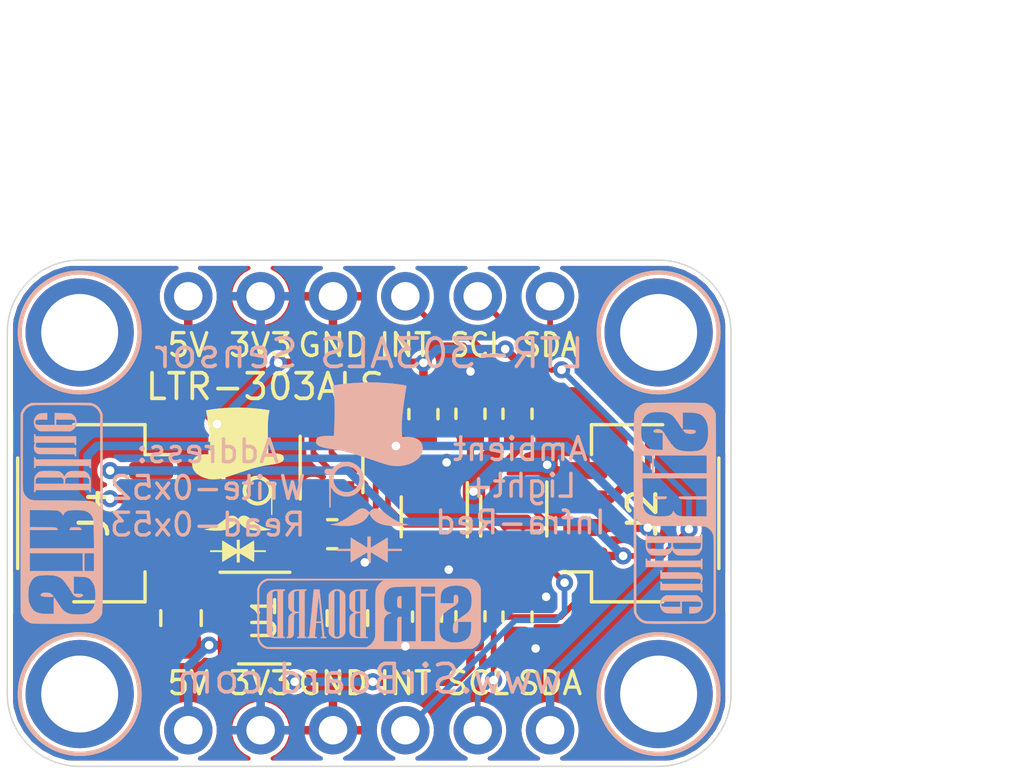
<source format=kicad_pcb>
(kicad_pcb (version 20171130) (host pcbnew "(5.1.2)-2")
  (title_block (title "LTR-303ALS Breakout with 5V Level Shift") (date 2020-03-10) (rev 2) (company SirBoard) (comment 1 "Automatic rejection for 50Hz/60Hz lighting") (comment 2 "Full dynamic range from 0.01 lux to 64k lux") (comment 3 "Digital Ambient Light and Infrared Sensor with I2C") (comment 4 "LTR-303ALS - SirBlue"))
  (layers (0 F.Cu signal) (31 B.Cu signal) (34 B.Paste user hide) (35 F.Paste user hide) (36 B.SilkS user) (37 F.SilkS user) (38 B.Mask user hide) (39 F.Mask user hide) (44 Edge.Cuts user))
  (net 0 "")
  (net 1 GND)
  (net 2 5V)
  (net 3 3V3)
  (net 4 "Net-(U1-Pad4)")
  (net 5 SCL_5V)
  (net 6 SDA_3V3)
  (net 7 SDA_5V)
  (net 8 SCL_3V3)
  (net 9 INT_3V3)
  (net 10 INT_5V)
  (net 11 "Net-(U2-Pad2)")
  (module OptoDevice:Lite-On_LTR-303ALS-01 (layer F.Cu) (at 63.9572 34.2646 90)
    (fp_text reference LTR-303ALS (at 2.7432 -2.3368 180) (layer F.SilkS) (effects (font (size 0.9 0.9) (thickness 0.13))))
    (fp_text value LTR-303ALS-01)
    (pad 6 smd roundrect (at 0.9 -0.65 90) (size 0.65 0.3) (layers F.Cu F.Paste F.Mask) (net 6 SDA_3V3))
    (pad 5 smd roundrect (at 0.9 0 90) (size 0.65 0.3) (layers F.Cu F.Paste F.Mask) (net 9 INT_3V3))
    (pad 4 smd roundrect (at 0.9 0.65 90) (size 0.65 0.3) (layers F.Cu F.Paste F.Mask) (net 8 SCL_3V3))
    (pad 3 smd roundrect (at -0.9 0.65 90) (size 0.65 0.3) (layers F.Cu F.Paste F.Mask) (net 1 GND))
    (pad 2 smd roundrect (at -0.9 0 90) (size 0.65 0.3) (layers F.Cu F.Paste F.Mask) (net 11 "Net-(U2-Pad2)"))
    (pad 1 smd roundrect (at -0.9 -0.65 90) (size 0.65 0.3) (layers F.Cu F.Paste F.Mask) (net 3 3V3))
  )
  (module logo:logo54x76 (layer F.Cu) (at 60.6806 34.9758)
    (fp_text reference G*** hide)
    (fp_text value LOGO hide)
  )
  (module Package_TO_SOT_SMD:SOT-363_SC-70-6 (layer F.Cu) (at 70.35292 36.068 270)
    (fp_text reference Q1 hide)
    (fp_text value BSS138DW)
    (pad 6 smd rect (at 0.95 -0.65 270) (size 0.65 0.4) (layers F.Cu F.Paste F.Mask))
    (pad 4 smd rect (at 0.95 0.65 270) (size 0.65 0.4) (layers F.Cu F.Paste F.Mask) (net 9 INT_3V3))
    (pad 2 smd rect (at -0.95 0 270) (size 0.65 0.4) (layers F.Cu F.Paste F.Mask))
    (pad 5 smd rect (at 0.95 0 270) (size 0.65 0.4) (layers F.Cu F.Paste F.Mask) (net 3 3V3))
    (pad 3 smd rect (at -0.95 0.65 270) (size 0.65 0.4) (layers F.Cu F.Paste F.Mask) (net 10 INT_5V))
    (pad 1 smd rect (at -0.95 -0.65 270) (size 0.65 0.4) (layers F.Cu F.Paste F.Mask))
  )
  (module Capacitor_SMD:C_0603_1608Metric (layer F.Cu) (at 63.9826 36.703)
    (fp_text reference C2 hide)
    (fp_text value 100nF)
    (pad 2 smd roundrect (at 0.7875 0) (size 0.875 0.95) (layers F.Cu F.Paste F.Mask) (net 1 GND))
    (pad 1 smd roundrect (at -0.7875 0) (size 0.875 0.95) (layers F.Cu F.Paste F.Mask) (net 3 3V3))
  )
  (module Package_TO_SOT_SMD:SOT-363_SC-70-6 (layer F.Cu) (at 67.564 36.0934 270)
    (fp_text reference Q2 hide)
    (fp_text value BSS138DW)
    (pad 6 smd rect (at 0.95 -0.65 270) (size 0.65 0.4) (layers F.Cu F.Paste F.Mask) (net 5 SCL_5V))
    (pad 4 smd rect (at 0.95 0.65 270) (size 0.65 0.4) (layers F.Cu F.Paste F.Mask) (net 6 SDA_3V3))
    (pad 2 smd rect (at -0.95 0 270) (size 0.65 0.4) (layers F.Cu F.Paste F.Mask) (net 3 3V3))
    (pad 5 smd rect (at 0.95 0 270) (size 0.65 0.4) (layers F.Cu F.Paste F.Mask) (net 3 3V3))
    (pad 3 smd rect (at -0.95 0.65 270) (size 0.65 0.4) (layers F.Cu F.Paste F.Mask) (net 7 SDA_5V))
    (pad 1 smd rect (at -0.95 -0.65 270) (size 0.65 0.4) (layers F.Cu F.Paste F.Mask) (net 8 SCL_3V3))
  )
  (module Resistor_SMD:R_0603_1608Metric (layer F.Cu) (at 68.834 39.5859 90)
    (fp_text reference R6 hide)
    (fp_text value 10K)
    (pad 2 smd roundrect (at 0.7875 0 90) (size 0.875 0.95) (layers F.Cu F.Paste F.Mask) (net 5 SCL_5V))
    (pad 1 smd roundrect (at -0.7875 0 90) (size 0.875 0.95) (layers F.Cu F.Paste F.Mask) (net 2 5V))
  )
  (module logo:SirBoard79x25 (layer B.Cu) (at 65.278 39.497 180)
    (fp_text reference G*** hide)
    (fp_text value LOGO hide)
  )
  (module logo:logo63x89 (layer B.Cu) (at 65.278 34.544 180)
    (fp_text reference G*** hide)
    (fp_text value LOGO hide)
  )
  (module logo:SirBlue78x29 (layer B.Cu) (at 76.0095 35.9664 270)
    (fp_text reference G*** hide)
    (fp_text value LOGO hide)
  )
  (module logo:SirBlue78x29 (layer B.Cu) (at 54.483 35.9664 90)
    (fp_text reference G*** hide)
    (fp_text value LOGO hide)
  )
  (module Connector_PinHeader_2.54mm:PinHeader_1x06_P2.54mm_Vertical (layer B.Cu) (at 58.928 28.3464 270)
    (fp_text reference J3 hide)
    (fp_text value Conn_01x06)
    (pad 6 thru_hole oval (at 0 -12.7 270) (size 1.7 1.7) (drill 1) (layers *.Cu *.Mask) (net 7 SDA_5V))
    (pad 5 thru_hole oval (at 0 -10.16 270) (size 1.7 1.7) (drill 1) (layers *.Cu *.Mask) (net 5 SCL_5V))
    (pad 4 thru_hole oval (at 0 -7.62 270) (size 1.7 1.7) (drill 1) (layers *.Cu *.Mask) (net 10 INT_5V))
    (pad 3 thru_hole oval (at 0 -5.08 270) (size 1.7 1.7) (drill 1) (layers *.Cu *.Mask) (net 1 GND))
    (pad 2 thru_hole oval (at 0 -2.54 270) (size 1.7 1.7) (drill 1) (layers *.Cu *.Mask) (net 3 3V3))
    (pad 1 thru_hole circle (at 0 0 270) (size 1.7 1.7) (drill 1) (layers *.Cu *.Mask) (net 2 5V))
  )
  (module Connector_PinHeader_2.54mm:PinHeader_1x06_P2.54mm_Vertical (layer B.Cu) (at 58.928 43.5864 270)
    (fp_text reference J1 hide)
    (fp_text value Conn_01x06)
    (pad 6 thru_hole oval (at 0 -12.7 270) (size 1.7 1.7) (drill 1) (layers *.Cu *.Mask) (net 7 SDA_5V))
    (pad 5 thru_hole oval (at 0 -10.16 270) (size 1.7 1.7) (drill 1) (layers *.Cu *.Mask) (net 5 SCL_5V))
    (pad 4 thru_hole oval (at 0 -7.62 270) (size 1.7 1.7) (drill 1) (layers *.Cu *.Mask) (net 10 INT_5V))
    (pad 3 thru_hole oval (at 0 -5.08 270) (size 1.7 1.7) (drill 1) (layers *.Cu *.Mask) (net 1 GND))
    (pad 2 thru_hole oval (at 0 -2.54 270) (size 1.7 1.7) (drill 1) (layers *.Cu *.Mask) (net 3 3V3))
    (pad 1 thru_hole circle (at 0 0 270) (size 1.7 1.7) (drill 1) (layers *.Cu *.Mask) (net 2 5V))
  )
  (module Package_TO_SOT_SMD:SOT-23-5 (layer F.Cu) (at 61.595 39.6494)
    (fp_text reference U1 (at 0 0 90) (layer F.SilkS) (effects (font (size 0.8 0.8) (thickness 0.12))))
    (fp_text value AP2127K-3.3)
    (pad 5 smd rect (at 1.1 -0.95) (size 1.06 0.65) (layers F.Cu F.Paste F.Mask) (net 3 3V3))
    (pad 4 smd rect (at 1.1 0.95) (size 1.06 0.65) (layers F.Cu F.Paste F.Mask) (net 4 "Net-(U1-Pad4)"))
    (pad 3 smd rect (at -1.1 0.95) (size 1.06 0.65) (layers F.Cu F.Paste F.Mask) (net 2 5V))
    (pad 2 smd rect (at -1.1 0) (size 1.06 0.65) (layers F.Cu F.Paste F.Mask) (net 1 GND))
    (pad 1 smd rect (at -1.1 -0.95) (size 1.06 0.65) (layers F.Cu F.Paste F.Mask) (net 2 5V))
  )
  (module Connector_JST:JST_SH_SM04B-SRSS-TB_1x04-1MP_P1.00mm_Horizontal (layer F.Cu) (at 55.626 35.9664 270)
    (fp_text reference J4 (at 0 0 270) (layer F.SilkS))
    (fp_text value Conn_01x04)
    (pad MP smd roundrect (at 2.8 1.875 270) (size 1.2 1.8) (layers F.Cu F.Paste F.Mask) (roundrect_rratio 0.208333))
    (pad MP smd roundrect (at -2.8 1.875 270) (size 1.2 1.8) (layers F.Cu F.Paste F.Mask) (roundrect_rratio 0.208333))
    (pad 4 smd roundrect (at 1.5 -2 270) (size 0.6 1.55) (layers F.Cu F.Paste F.Mask) (net 1 GND))
    (pad 3 smd roundrect (at 0.5 -2 270) (size 0.6 1.55) (layers F.Cu F.Paste F.Mask) (net 2 5V))
    (pad 2 smd roundrect (at -0.5 -2 270) (size 0.6 1.55) (layers F.Cu F.Paste F.Mask) (net 7 SDA_5V))
    (pad 1 smd roundrect (at -1.5 -2 270) (size 0.6 1.55) (layers F.Cu F.Paste F.Mask) (net 5 SCL_5V))
  )
  (module Connector_JST:JST_SH_SM04B-SRSS-TB_1x04-1MP_P1.00mm_Horizontal (layer F.Cu) (at 74.8665 35.9664 90)
    (fp_text reference J2 (at 0 0 90) (layer F.SilkS))
    (fp_text value Conn_01x04)
    (pad MP smd roundrect (at 2.8 1.875 90) (size 1.2 1.8) (layers F.Cu F.Paste F.Mask) (roundrect_rratio 0.208333))
    (pad MP smd roundrect (at -2.8 1.875 90) (size 1.2 1.8) (layers F.Cu F.Paste F.Mask) (roundrect_rratio 0.208333))
    (pad 4 smd roundrect (at 1.5 -2 90) (size 0.6 1.55) (layers F.Cu F.Paste F.Mask) (net 1 GND))
    (pad 3 smd roundrect (at 0.5 -2 90) (size 0.6 1.55) (layers F.Cu F.Paste F.Mask) (net 2 5V))
    (pad 2 smd roundrect (at -0.5 -2 90) (size 0.6 1.55) (layers F.Cu F.Paste F.Mask) (net 7 SDA_5V))
    (pad 1 smd roundrect (at -1.5 -2 90) (size 0.6 1.55) (layers F.Cu F.Paste F.Mask) (net 5 SCL_5V))
  )
  (module Capacitor_SMD:C_0805_2012Metric (layer F.Cu) (at 64.516 39.6494 270)
    (fp_text reference C4 hide)
    (fp_text value 10uF)
    (pad 2 smd roundrect (at 0.9375 0 270) (size 0.975 1.4) (layers F.Cu F.Paste F.Mask) (net 1 GND))
    (pad 1 smd roundrect (at -0.9375 0 270) (size 0.975 1.4) (layers F.Cu F.Paste F.Mask) (net 3 3V3))
  )
  (module Capacitor_SMD:C_0805_2012Metric (layer F.Cu) (at 58.674 39.6494 90)
    (fp_text reference C1 hide)
    (fp_text value 10uF)
    (pad 2 smd roundrect (at 0.9375 0 90) (size 0.975 1.4) (layers F.Cu F.Paste F.Mask) (net 1 GND))
    (pad 1 smd roundrect (at -0.9375 0 90) (size 0.975 1.4) (layers F.Cu F.Paste F.Mask) (net 2 5V))
  )
  (module SirBoardLibrary:MountingHole_M2.5_SirBoard (layer F.Cu) (at 55.118 42.3164 270)
    (fp_text reference H1 hide)
    (fp_text value MountingHole)
    (pad 1 thru_hole circle (at 0 0 270) (size 3.8 3.8) (drill 2.7) (layers *.Cu *.Mask))
  )
  (module SirBoardLibrary:MountingHole_M2.5_SirBoard (layer F.Cu) (at 55.118 29.6164 270)
    (fp_text reference H2 hide)
    (fp_text value MountingHole)
    (pad 1 thru_hole circle (at 0 0 270) (size 3.8 3.8) (drill 2.7) (layers *.Cu *.Mask))
  )
  (module SirBoardLibrary:MountingHole_M2.5_SirBoard (layer F.Cu) (at 75.438 42.3164 90)
    (fp_text reference H3 hide)
    (fp_text value MountingHole)
    (pad 1 thru_hole circle (at 0 0 90) (size 3.8 3.8) (drill 2.7) (layers *.Cu *.Mask))
  )
  (module SirBoardLibrary:MountingHole_M2.5_SirBoard (layer F.Cu) (at 75.438 29.6164 90)
    (fp_text reference H4 hide)
    (fp_text value MountingHole)
    (pad 1 thru_hole circle (at 0 0 90) (size 3.8 3.8) (drill 2.7) (layers *.Cu *.Mask))
  )
  (module Resistor_SMD:R_0603_1608Metric (layer F.Cu) (at 67.183 32.4866 270)
    (fp_text reference R8 hide)
    (fp_text value 10K)
    (pad 2 smd roundrect (at 0.7875 0 270) (size 0.875 0.95) (layers F.Cu F.Paste F.Mask) (net 7 SDA_5V))
    (pad 1 smd roundrect (at -0.7875 0 270) (size 0.875 0.95) (layers F.Cu F.Paste F.Mask) (net 2 5V))
  )
  (module Resistor_SMD:R_0603_1608Metric (layer F.Cu) (at 67.31 39.5986 270)
    (fp_text reference R7 hide)
    (fp_text value 10K)
    (pad 2 smd roundrect (at 0.7875 0 270) (size 0.875 0.95) (layers F.Cu F.Paste F.Mask) (net 3 3V3))
    (pad 1 smd roundrect (at -0.7875 0 270) (size 0.875 0.95) (layers F.Cu F.Paste F.Mask) (net 6 SDA_3V3))
  )
  (module Resistor_SMD:R_0603_1608Metric (layer F.Cu) (at 68.834 32.4739 90)
    (fp_text reference R5 hide)
    (fp_text value 10K)
    (pad 2 smd roundrect (at 0.7875 0 90) (size 0.875 0.95) (layers F.Cu F.Paste F.Mask) (net 3 3V3))
    (pad 1 smd roundrect (at -0.7875 0 90) (size 0.875 0.95) (layers F.Cu F.Paste F.Mask) (net 8 SCL_3V3))
  )
  (module Resistor_SMD:R_0603_1608Metric (layer F.Cu) (at 70.485 32.4739 270)
    (fp_text reference R4 hide)
    (fp_text value 10K)
    (pad 2 smd roundrect (at 0.7875 0 270) (size 0.875 0.95) (layers F.Cu F.Paste F.Mask) (net 10 INT_5V))
    (pad 1 smd roundrect (at -0.7875 0 270) (size 0.875 0.95) (layers F.Cu F.Paste F.Mask) (net 2 5V))
  )
  (module Resistor_SMD:R_0603_1608Metric (layer F.Cu) (at 70.485 39.5986 270)
    (fp_text reference R3 hide)
    (fp_text value 10K)
    (pad 2 smd roundrect (at 0.7875 0 270) (size 0.875 0.95) (layers F.Cu F.Paste F.Mask) (net 3 3V3))
    (pad 1 smd roundrect (at -0.7875 0 270) (size 0.875 0.95) (layers F.Cu F.Paste F.Mask) (net 9 INT_3V3))
  )
  (gr_text "Ambient\nLight+\nInfra-Red" (at 70.5866 35.0012) (layer B.SilkS) (effects (font (size 0.8 0.8) (thickness 0.12)) (justify mirror)))
  (gr_text "Address:\nWrite-0x52\nRead-0x53" (at 59.6138 35.0774) (layer B.SilkS) (effects (font (size 0.8 0.8) (thickness 0.12)) (justify mirror)))
  (gr_text SDA (at 71.628 30.0609) (layer F.SilkS) (effects (font (size 0.8 0.7) (thickness 0.12))))
  (gr_text SCL (at 69.088 30.0609) (layer F.SilkS) (effects (font (size 0.8 0.7) (thickness 0.12))))
  (gr_text 5V (at 58.928 30.0609) (layer F.SilkS) (effects (font (size 0.8 0.8) (thickness 0.12))))
  (gr_text 3V3 (at 61.468 30.0609) (layer F.SilkS) (effects (font (size 0.8 0.8) (thickness 0.12))))
  (gr_text GND (at 64.008 30.0609) (layer F.SilkS) (effects (font (size 0.8 0.8) (thickness 0.12))))
  (gr_text INT (at 66.548 30.0609) (layer F.SilkS) (effects (font (size 0.8 0.8) (thickness 0.12))))
  (gr_text 5V (at 58.928 41.9354) (layer F.SilkS) (effects (font (size 0.8 0.8) (thickness 0.12))))
  (gr_text 3V3 (at 61.468 41.9354) (layer F.SilkS) (effects (font (size 0.8 0.8) (thickness 0.12))))
  (gr_text GND (at 64.008 41.9354) (layer F.SilkS) (effects (font (size 0.8 0.8) (thickness 0.12))))
  (gr_text INT (at 66.548 41.9354) (layer F.SilkS) (effects (font (size 0.8 0.8) (thickness 0.12))))
  (gr_text SCL (at 69.088 41.9354) (layer F.SilkS) (effects (font (size 0.8 0.8) (thickness 0.12))))
  (gr_text SDA (at 71.628 41.9354) (layer F.SilkS) (effects (font (size 0.8 0.8) (thickness 0.12))))
  (gr_arc (start 55.118 29.6164) (end 55.118 27.0764) (angle -90) (layer Edge.Cuts) (width 0.05))
  (gr_arc (start 75.438 29.6164) (end 77.978 29.6164) (angle -90) (layer Edge.Cuts) (width 0.05))
  (gr_arc (start 75.438 42.3164) (end 75.438 44.8564) (angle -90) (layer Edge.Cuts) (width 0.05))
  (gr_arc (start 55.118 42.3164) (end 52.578 42.3164) (angle -90) (layer Edge.Cuts) (width 0.05))
  (gr_line (start 52.578 42.3164) (end 52.578 29.6164) (layer Edge.Cuts) (width 0.05))
  (gr_line (start 55.118 27.0764) (end 75.438 27.0764) (layer Edge.Cuts) (width 0.05))
  (gr_line (start 77.978 29.6164) (end 77.978 42.3164) (layer Edge.Cuts) (width 0.05))
  (gr_line (start 75.438 44.8564) (end 55.118 44.8564) (layer Edge.Cuts) (width 0.05))
  (gr_text "LTR-303ALS Sensor" (at 65.278 30.353) (layer B.SilkS) (effects (font (size 1 1) (thickness 0.13)) (justify mirror)))
  (gr_text www.SirBoard.com (at 65.278 41.783) (layer B.SilkS) (effects (font (size 1 1) (thickness 0.13)) (justify mirror)))
  (via (at 71.5264 34.2646) (size 0.6) (drill 0.3) (layers F.Cu B.Cu) (net 1))
  (via (at 68.9356 35.2044) (size 0.6) (drill 0.3) (layers F.Cu B.Cu) (net 1))
  (segment (start 71.5264 34.2646) (end 69.8754 34.2646) (width 0.5) (layer B.Cu) (net 1))
  (segment (start 69.235599 34.904401) (end 68.9356 35.2044) (width 0.5) (layer B.Cu) (net 1))
  (segment (start 69.8754 34.2646) (end 69.235599 34.904401) (width 0.5) (layer B.Cu) (net 1))
  (segment (start 58.6865 40.5994) (end 58.674 40.5869) (width 0.3) (layer F.Cu) (net 2))
  (segment (start 60.495 40.5994) (end 59.66202 40.5994) (width 0.3) (layer F.Cu) (net 2))
  (segment (start 61.2165 40.5994) (end 60.495 40.5994) (width 0.3) (layer F.Cu) (net 2))
  (segment (start 61.468 40.3479) (end 61.2165 40.5994) (width 0.3) (layer F.Cu) (net 2))
  (segment (start 61.468 38.9509) (end 61.468 40.3479) (width 0.3) (layer F.Cu) (net 2))
  (segment (start 60.495 38.6994) (end 61.2165 38.6994) (width 0.3) (layer F.Cu) (net 2))
  (segment (start 61.2165 38.6994) (end 61.468 38.9509) (width 0.3) (layer F.Cu) (net 2))
  (segment (start 70.485 30.6324) (end 70.485 31.6864) (width 0.3) (layer F.Cu) (net 2))
  (segment (start 70.0532 30.2006) (end 70.0532 30.2006) (width 0.3) (layer F.Cu) (net 2))
  (segment (start 67.183 31.6991) (end 67.183 30.6832) (width 0.3) (layer F.Cu) (net 2))
  (segment (start 57.626 36.4664) (end 59.936 36.4664) (width 0.3) (layer F.Cu) (net 2))
  (segment (start 60.495 37.0254) (end 60.495 38.6994) (width 0.3) (layer F.Cu) (net 2))
  (segment (start 59.936 36.4664) (end 60.495 37.0254) (width 0.3) (layer F.Cu) (net 2))
  (segment (start 68.834 41.3766) (end 68.834 40.3734) (width 0.3) (layer F.Cu) (net 2))
  (segment (start 68.326 41.8846) (end 68.834 41.3766) (width 0.3) (layer F.Cu) (net 2))
  (segment (start 60.495 40.5994) (end 60.495 41.2244) (width 0.3) (layer F.Cu) (net 2))
  (segment (start 60.495 41.2244) (end 61.1552 41.8846) (width 0.3) (layer F.Cu) (net 2))
  (via (at 62.6618 41.8846) (size 0.6) (drill 0.3) (layers F.Cu B.Cu) (net 2))
  (segment (start 61.1552 41.8846) (end 62.6618 41.8846) (width 0.3) (layer F.Cu) (net 2))
  (via (at 65.405 41.8846) (size 0.6) (drill 0.3) (layers F.Cu B.Cu) (net 2))
  (segment (start 62.6618 41.8846) (end 65.405 41.8846) (width 0.3) (layer B.Cu) (net 2))
  (segment (start 65.405 41.8846) (end 68.326 41.8846) (width 0.3) (layer F.Cu) (net 2))
  (segment (start 74.1934 33.3248) (end 74.1934 35.0145) (width 0.3) (layer F.Cu) (net 2))
  (segment (start 72.555 31.6864) (end 74.1934 33.3248) (width 0.3) (layer F.Cu) (net 2))
  (segment (start 70.485 31.6864) (end 72.555 31.6864) (width 0.3) (layer F.Cu) (net 2))
  (segment (start 74.1934 35.0145) (end 73.7415 35.4664) (width 0.3) (layer F.Cu) (net 2))
  (segment (start 73.7415 35.4664) (end 72.8665 35.4664) (width 0.3) (layer F.Cu) (net 2))
  (segment (start 59.936 36.4664) (end 59.936 32.8342) (width 0.3) (layer F.Cu) (net 2))
  (segment (start 58.928 31.8262) (end 58.928 28.3464) (width 0.3) (layer F.Cu) (net 2))
  (segment (start 59.936 32.8342) (end 58.928 31.8262) (width 0.3) (layer F.Cu) (net 2))
  (segment (start 67.183 30.6832) (end 62.087 30.6832) (width 0.3) (layer F.Cu) (net 2))
  (segment (start 62.087 30.6832) (end 62.087 30.6832) (width 0.3) (layer F.Cu) (net 2))
  (via (at 62.087 30.6832) (size 0.6) (drill 0.3) (layers F.Cu B.Cu) (net 2))
  (segment (start 59.936 32.8342) (end 59.936 32.8342) (width 0.3) (layer F.Cu) (net 2))
  (via (at 59.936 32.8342) (size 0.6) (drill 0.3) (layers F.Cu B.Cu) (net 2))
  (segment (start 62.087 30.6832) (end 59.936 32.8342) (width 0.3) (layer B.Cu) (net 2))
  (segment (start 70.0532 30.2006) (end 70.485 30.6324) (width 0.3) (layer F.Cu) (net 2))
  (via (at 70.0532 30.2006) (size 0.6) (drill 0.3) (layers F.Cu B.Cu) (net 2))
  (segment (start 59.66202 40.5994) (end 58.6865 40.5994) (width 0.3) (layer F.Cu) (net 2))
  (via (at 59.66202 40.5994) (size 0.6) (drill 0.3) (layers F.Cu B.Cu) (net 2))
  (segment (start 58.928 41.33342) (end 59.66202 40.5994) (width 0.3) (layer B.Cu) (net 2))
  (segment (start 58.928 43.5864) (end 58.928 41.33342) (width 0.3) (layer B.Cu) (net 2))
  (segment (start 70.0532 30.2006) (end 67.6656 30.2006) (width 0.3) (layer B.Cu) (net 2))
  (via (at 67.183005 30.683195) (size 0.6) (drill 0.3) (layers F.Cu B.Cu) (net 2))
  (segment (start 67.6656 30.2006) (end 67.183005 30.683195) (width 0.3) (layer B.Cu) (net 2))
  (segment (start 67.183 30.6832) (end 67.183005 30.683195) (width 0.3) (layer F.Cu) (net 2))
  (segment (start 64.5035 38.6994) (end 64.516 38.7119) (width 0.3) (layer F.Cu) (net 3))
  (segment (start 62.695 38.6994) (end 64.5035 38.6994) (width 0.3) (layer F.Cu) (net 3))
  (via (at 65.1256 37.6936) (size 0.6) (drill 0.3) (layers F.Cu B.Cu) (net 3))
  (segment (start 64.516 38.7119) (end 64.516 38.3032) (width 0.3) (layer F.Cu) (net 3))
  (segment (start 64.516 38.3032) (end 65.1256 37.6936) (width 0.3) (layer F.Cu) (net 3))
  (via (at 66.548 40.64) (size 0.6) (drill 0.3) (layers F.Cu B.Cu) (net 3))
  (segment (start 67.31 40.3861) (end 66.8019 40.3861) (width 0.3) (layer F.Cu) (net 3))
  (segment (start 66.8019 40.3861) (end 66.548 40.64) (width 0.3) (layer F.Cu) (net 3))
  (via (at 71.12 40.7162) (size 0.6) (drill 0.3) (layers F.Cu B.Cu) (net 3))
  (segment (start 70.485 40.3861) (end 70.7899 40.3861) (width 0.3) (layer F.Cu) (net 3))
  (segment (start 70.7899 40.3861) (end 71.12 40.7162) (width 0.3) (layer F.Cu) (net 3))
  (via (at 68.072 37.9476) (size 0.6) (drill 0.3) (layers F.Cu B.Cu) (net 3))
  (segment (start 67.564 37.0434) (end 67.564 37.4396) (width 0.2) (layer F.Cu) (net 3))
  (segment (start 67.564 37.4396) (end 68.072 37.9476) (width 0.2) (layer F.Cu) (net 3))
  (via (at 68.834 30.988) (size 0.6) (drill 0.3) (layers F.Cu B.Cu) (net 3))
  (segment (start 68.834 31.6864) (end 68.834 30.988) (width 0.2) (layer F.Cu) (net 3))
  (segment (start 67.564 34.61301) (end 67.695801 34.481209) (width 0.2) (layer F.Cu) (net 3))
  (segment (start 67.564 35.1434) (end 67.564 34.61301) (width 0.2) (layer F.Cu) (net 3))
  (segment (start 67.695801 34.481209) (end 67.9958 34.18121) (width 0.2) (layer F.Cu) (net 3))
  (via (at 67.9958 34.18121) (size 0.6) (drill 0.3) (layers F.Cu B.Cu) (net 3))
  (segment (start 62.695 37.8955) (end 62.695 38.6994) (width 0.3) (layer F.Cu) (net 3))
  (segment (start 63.1951 36.703) (end 63.1951 37.3954) (width 0.3) (layer F.Cu) (net 3))
  (segment (start 63.1951 37.3954) (end 62.695 37.8955) (width 0.3) (layer F.Cu) (net 3))
  (segment (start 63.1951 36.69734) (end 63.1951 36.703) (width 0.2) (layer F.Cu) (net 3))
  (segment (start 63.3072 35.1646) (end 63.3072 36.58524) (width 0.2) (layer F.Cu) (net 3))
  (segment (start 63.3072 36.58524) (end 63.1951 36.69734) (width 0.2) (layer F.Cu) (net 3))
  (via (at 71.49084 38.9001) (size 0.6) (drill 0.3) (layers F.Cu B.Cu) (net 3))
  (segment (start 71.49084 38.44798) (end 71.49084 38.9001) (width 0.2) (layer F.Cu) (net 3))
  (segment (start 70.99046 37.9476) (end 71.49084 38.44798) (width 0.2) (layer F.Cu) (net 3))
  (segment (start 70.612 37.9476) (end 70.99046 37.9476) (width 0.2) (layer F.Cu) (net 3))
  (segment (start 70.35292 37.018) (end 70.35292 37.68852) (width 0.2) (layer F.Cu) (net 3))
  (segment (start 70.35292 37.68852) (end 70.612 37.9476) (width 0.2) (layer F.Cu) (net 3))
  (segment (start 68.834 37.3634) (end 68.834 38.7984) (width 0.25) (layer F.Cu) (net 5))
  (segment (start 68.214 37.0434) (end 68.514 37.0434) (width 0.25) (layer F.Cu) (net 5))
  (segment (start 68.514 37.0434) (end 68.834 37.3634) (width 0.25) (layer F.Cu) (net 5))
  (segment (start 68.834 38.7984) (end 69.6468 39.6112) (width 0.2) (layer F.Cu) (net 5))
  (segment (start 69.6468 41.825519) (end 69.6468 41.825519) (width 0.2) (layer F.Cu) (net 5))
  (segment (start 69.6468 39.6112) (end 69.6468 41.825519) (width 0.2) (layer F.Cu) (net 5))
  (segment (start 69.6468 39.6112) (end 71.9964 39.6112) (width 0.2) (layer F.Cu) (net 5))
  (segment (start 72.8665 38.7411) (end 72.8665 37.4664) (width 0.2) (layer F.Cu) (net 5))
  (segment (start 71.9964 39.6112) (end 72.8665 38.7411) (width 0.2) (layer F.Cu) (net 5))
  (via (at 56.1848 34.4678) (size 0.6) (drill 0.3) (layers F.Cu B.Cu) (net 5))
  (segment (start 57.626 34.4664) (end 56.1862 34.4664) (width 0.3) (layer F.Cu) (net 5))
  (segment (start 56.1862 34.4664) (end 56.1848 34.4678) (width 0.3) (layer F.Cu) (net 5))
  (segment (start 74.192 37.4664) (end 74.1934 37.465) (width 0.3) (layer F.Cu) (net 5))
  (via (at 74.1934 37.465) (size 0.6) (drill 0.3) (layers F.Cu B.Cu) (net 5))
  (segment (start 72.8665 37.4664) (end 74.192 37.4664) (width 0.3) (layer F.Cu) (net 5))
  (segment (start 73.893401 37.165001) (end 74.1934 37.465) (width 0.3) (layer B.Cu) (net 5))
  (segment (start 72.9996 36.2712) (end 73.893401 37.165001) (width 0.3) (layer B.Cu) (net 5))
  (segment (start 66.3448 36.2712) (end 72.9996 36.2712) (width 0.3) (layer B.Cu) (net 5))
  (segment (start 56.1848 34.4678) (end 64.5414 34.4678) (width 0.3) (layer B.Cu) (net 5))
  (segment (start 64.5414 34.4678) (end 66.3448 36.2712) (width 0.3) (layer B.Cu) (net 5))
  (via (at 72.03186 30.92958) (size 0.6) (drill 0.3) (layers F.Cu B.Cu) (net 5))
  (segment (start 69.088 28.3464) (end 71.67118 30.92958) (width 0.2) (layer F.Cu) (net 5))
  (segment (start 71.67118 30.92958) (end 72.03186 30.92958) (width 0.2) (layer F.Cu) (net 5))
  (via (at 69.6468 41.825519) (size 0.6) (drill 0.3) (layers F.Cu B.Cu) (net 5))
  (segment (start 69.088 42.384319) (end 69.6468 41.825519) (width 0.2) (layer B.Cu) (net 5))
  (segment (start 69.088 43.5864) (end 69.088 42.384319) (width 0.2) (layer B.Cu) (net 5))
  (segment (start 72.03186 30.92958) (end 76.5048 35.40252) (width 0.2) (layer B.Cu) (net 5))
  (segment (start 75.565 37.465) (end 76.204801 36.825199) (width 0.2) (layer F.Cu) (net 5))
  (segment (start 76.204801 36.825199) (end 76.5048 36.5252) (width 0.2) (layer F.Cu) (net 5))
  (segment (start 74.1934 37.465) (end 75.565 37.465) (width 0.2) (layer F.Cu) (net 5))
  (segment (start 76.5048 36.100936) (end 76.5048 36.5252) (width 0.2) (layer B.Cu) (net 5))
  (segment (start 76.5048 35.40252) (end 76.5048 36.100936) (width 0.2) (layer B.Cu) (net 5))
  (via (at 76.5048 36.5252) (size 0.6) (drill 0.3) (layers F.Cu B.Cu) (net 5))
  (segment (start 66.914 38.4151) (end 67.31 38.8111) (width 0.25) (layer F.Cu) (net 6))
  (segment (start 66.914 37.0434) (end 66.914 38.4151) (width 0.25) (layer F.Cu) (net 6))
  (segment (start 63.29958 33.37222) (end 63.3072 33.3646) (width 0.2) (layer F.Cu) (net 6))
  (segment (start 66.5074 37.0434) (end 66.914 37.0434) (width 0.2) (layer F.Cu) (net 6))
  (segment (start 65.5066 36.0426) (end 66.5074 37.0434) (width 0.2) (layer F.Cu) (net 6))
  (segment (start 63.3072 33.3646) (end 63.3222 33.3796) (width 0.2) (layer F.Cu) (net 6))
  (segment (start 63.3222 33.8582) (end 63.9064 34.4424) (width 0.2) (layer F.Cu) (net 6))
  (segment (start 63.3222 33.3796) (end 63.3222 33.8582) (width 0.2) (layer F.Cu) (net 6))
  (segment (start 63.9064 34.4424) (end 65.1256 34.4424) (width 0.2) (layer F.Cu) (net 6))
  (segment (start 65.1256 34.4424) (end 65.5066 34.8234) (width 0.2) (layer F.Cu) (net 6))
  (segment (start 65.5066 34.8234) (end 65.5066 36.0426) (width 0.2) (layer F.Cu) (net 6))
  (segment (start 66.914 33.5431) (end 66.914 35.1434) (width 0.25) (layer F.Cu) (net 7))
  (segment (start 67.183 33.2741) (end 66.914 33.5431) (width 0.25) (layer F.Cu) (net 7))
  (via (at 56.1848 35.4584) (size 0.6) (drill 0.3) (layers F.Cu B.Cu) (net 7))
  (segment (start 57.626 35.4664) (end 56.1928 35.4664) (width 0.3) (layer F.Cu) (net 7))
  (segment (start 56.1928 35.4664) (end 56.1848 35.4584) (width 0.3) (layer F.Cu) (net 7))
  (segment (start 55.760536 35.4584) (end 55.3974 35.095264) (width 0.3) (layer B.Cu) (net 7))
  (segment (start 56.1848 35.4584) (end 55.760536 35.4584) (width 0.3) (layer B.Cu) (net 7))
  (segment (start 55.3974 35.095264) (end 55.3974 33.9344) (width 0.3) (layer B.Cu) (net 7))
  (segment (start 55.3974 33.9344) (end 55.7276 33.6042) (width 0.3) (layer B.Cu) (net 7))
  (via (at 66.2178 33.6042) (size 0.6) (drill 0.3) (layers F.Cu B.Cu) (net 7))
  (segment (start 55.7276 33.6042) (end 66.2178 33.6042) (width 0.3) (layer B.Cu) (net 7))
  (segment (start 66.5479 33.2741) (end 66.2178 33.6042) (width 0.3) (layer F.Cu) (net 7))
  (segment (start 67.183 33.2741) (end 66.5479 33.2741) (width 0.3) (layer F.Cu) (net 7))
  (via (at 75.057 36.4744) (size 0.6) (drill 0.3) (layers F.Cu B.Cu) (net 7))
  (segment (start 66.2178 33.6042) (end 72.1868 33.6042) (width 0.3) (layer B.Cu) (net 7))
  (segment (start 72.1868 33.6042) (end 75.057 36.4744) (width 0.3) (layer B.Cu) (net 7))
  (segment (start 72.8745 36.4744) (end 72.8665 36.4664) (width 0.3) (layer F.Cu) (net 7))
  (segment (start 75.057 36.4744) (end 72.8745 36.4744) (width 0.3) (layer F.Cu) (net 7))
  (segment (start 75.4634 36.8808) (end 75.057 36.4744) (width 0.3) (layer B.Cu) (net 7))
  (segment (start 75.4634 37.8968) (end 75.4634 36.8808) (width 0.3) (layer B.Cu) (net 7))
  (segment (start 71.628 43.5864) (end 71.628 41.7322) (width 0.3) (layer B.Cu) (net 7))
  (segment (start 71.628 41.7322) (end 75.4634 37.8968) (width 0.3) (layer B.Cu) (net 7))
  (segment (start 75.057 36.050136) (end 75.057 36.4744) (width 0.2) (layer F.Cu) (net 7))
  (segment (start 75.057 32.977481) (end 75.057 36.050136) (width 0.2) (layer F.Cu) (net 7))
  (segment (start 71.628 29.548481) (end 75.057 32.977481) (width 0.2) (layer F.Cu) (net 7))
  (segment (start 71.628 28.3464) (end 71.628 29.548481) (width 0.2) (layer F.Cu) (net 7))
  (segment (start 68.214 34.8592) (end 68.214 35.1434) (width 0.25) (layer F.Cu) (net 8))
  (segment (start 68.834 33.2614) (end 68.834 34.2392) (width 0.25) (layer F.Cu) (net 8))
  (segment (start 68.834 34.2392) (end 68.214 34.8592) (width 0.25) (layer F.Cu) (net 8))
  (segment (start 68.415 33.2614) (end 68.834 33.2614) (width 0.2) (layer F.Cu) (net 8))
  (segment (start 67.6402 32.4866) (end 68.415 33.2614) (width 0.2) (layer F.Cu) (net 8))
  (segment (start 65.8368 32.4866) (end 67.6402 32.4866) (width 0.2) (layer F.Cu) (net 8))
  (segment (start 64.6072 33.3646) (end 64.9588 33.3646) (width 0.2) (layer F.Cu) (net 8))
  (segment (start 64.9588 33.3646) (end 65.8368 32.4866) (width 0.2) (layer F.Cu) (net 8))
  (segment (start 70.485 38.58255) (end 70.485 38.8111) (width 0.25) (layer F.Cu) (net 9))
  (segment (start 69.70292 37.018) (end 69.70292 37.80047) (width 0.25) (layer F.Cu) (net 9))
  (segment (start 69.70292 37.80047) (end 70.485 38.58255) (width 0.25) (layer F.Cu) (net 9))
  (segment (start 69.70292 36.62148) (end 69.70292 37.018) (width 0.2) (layer F.Cu) (net 9))
  (segment (start 69.45424 36.3728) (end 69.70292 36.62148) (width 0.2) (layer F.Cu) (net 9))
  (segment (start 66.548 36.3728) (end 69.45424 36.3728) (width 0.2) (layer F.Cu) (net 9))
  (segment (start 63.9572 33.8328) (end 64.1858 34.0614) (width 0.2) (layer F.Cu) (net 9))
  (segment (start 63.9572 33.3646) (end 63.9572 33.8328) (width 0.2) (layer F.Cu) (net 9))
  (segment (start 64.1858 34.0614) (end 65.405 34.0614) (width 0.2) (layer F.Cu) (net 9))
  (segment (start 65.405 34.0614) (end 65.9384 34.5948) (width 0.2) (layer F.Cu) (net 9))
  (segment (start 65.9384 34.5948) (end 65.9384 35.7632) (width 0.2) (layer F.Cu) (net 9))
  (segment (start 65.9384 35.7632) (end 66.548 36.3728) (width 0.2) (layer F.Cu) (net 9))
  (segment (start 69.70292 34.543) (end 69.70292 35.118) (width 0.25) (layer F.Cu) (net 10))
  (segment (start 70.485 33.2614) (end 70.485 33.76092) (width 0.25) (layer F.Cu) (net 10))
  (segment (start 70.485 33.76092) (end 69.70292 34.543) (width 0.25) (layer F.Cu) (net 10))
  (via (at 72.136 38.4048) (size 0.6) (drill 0.3) (layers F.Cu B.Cu) (net 10))
  (segment (start 72.136 38.4048) (end 72.136 39.4208) (width 0.2) (layer B.Cu) (net 10))
  (segment (start 72.136 39.4208) (end 71.8312 39.7256) (width 0.2) (layer B.Cu) (net 10))
  (segment (start 70.4088 39.7256) (end 66.548 43.5864) (width 0.2) (layer B.Cu) (net 10))
  (segment (start 71.8312 39.7256) (end 70.4088 39.7256) (width 0.2) (layer B.Cu) (net 10))
  (segment (start 70.485 32.9756) (end 70.485 33.2614) (width 0.2) (layer F.Cu) (net 10))
  (segment (start 69.65696 32.14756) (end 70.485 32.9756) (width 0.2) (layer F.Cu) (net 10))
  (segment (start 69.65696 30.64256) (end 69.65696 32.14756) (width 0.2) (layer F.Cu) (net 10))
  (segment (start 68.7324 29.718) (end 69.65696 30.64256) (width 0.2) (layer F.Cu) (net 10))
  (segment (start 66.548 28.3464) (end 67.9196 29.718) (width 0.2) (layer F.Cu) (net 10))
  (segment (start 67.9196 29.718) (end 68.7324 29.718) (width 0.2) (layer F.Cu) (net 10))
  (segment (start 71.6788 37.9476) (end 72.136 38.4048) (width 0.2) (layer F.Cu) (net 10))
  (segment (start 71.6788 36.4744) (end 71.6788 37.9476) (width 0.2) (layer F.Cu) (net 10))
  (segment (start 70.9676 35.7632) (end 71.6788 36.4744) (width 0.2) (layer F.Cu) (net 10))
  (segment (start 69.82312 35.7632) (end 70.9676 35.7632) (width 0.2) (layer F.Cu) (net 10))
  (segment (start 69.70292 35.118) (end 69.70292 35.643) (width 0.2) (layer F.Cu) (net 10))
  (segment (start 69.70292 35.643) (end 69.82312 35.7632) (width 0.2) (layer F.Cu) (net 10))
  (zone (net 3) (net_name 3V3) (layer B.Cu) (connect_pads (clearance 0.15)) (min_thickness 0.15) (fill yes (arc_segments 32) (thermal_gap 0.2) (thermal_bridge_width 0.3))
    (polygon (pts (xy 52.7812 27.2796) (xy 77.7748 27.2796) (xy 77.7748 44.6532) (xy 52.7812 44.6532)))
  )
  (zone (net 1) (net_name GND) (layer F.Cu) (connect_pads (clearance 0.15)) (min_thickness 0.15) (fill yes (arc_segments 32) (thermal_gap 0.2) (thermal_bridge_width 0.3))
    (polygon (pts (xy 52.7812 27.2796) (xy 77.7748 27.2796) (xy 77.7748 44.6532) (xy 52.7812 44.6532)))
  )
)
</source>
